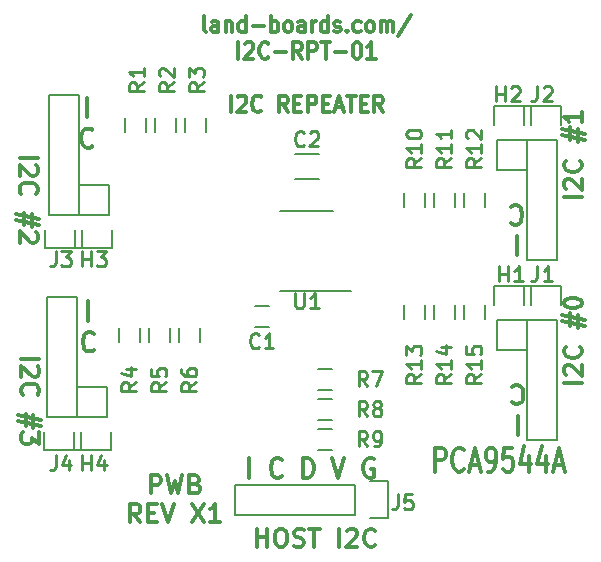
<source format=gto>
G04 #@! TF.FileFunction,Legend,Top*
%FSLAX46Y46*%
G04 Gerber Fmt 4.6, Leading zero omitted, Abs format (unit mm)*
G04 Created by KiCad (PCBNEW (after 2015-mar-04 BZR unknown)-product) date 8/1/2015 10:10:59 AM*
%MOMM*%
G01*
G04 APERTURE LIST*
%ADD10C,0.150000*%
%ADD11C,0.304800*%
%ADD12C,0.254000*%
G04 APERTURE END LIST*
D10*
D11*
X190971713Y-120807238D02*
X190971713Y-118775238D01*
X191552285Y-118775238D01*
X191697427Y-118872000D01*
X191769999Y-118968762D01*
X191842570Y-119162286D01*
X191842570Y-119452571D01*
X191769999Y-119646095D01*
X191697427Y-119742857D01*
X191552285Y-119839619D01*
X190971713Y-119839619D01*
X193366570Y-120613714D02*
X193293999Y-120710476D01*
X193076285Y-120807238D01*
X192931142Y-120807238D01*
X192713427Y-120710476D01*
X192568285Y-120516952D01*
X192495713Y-120323429D01*
X192423142Y-119936381D01*
X192423142Y-119646095D01*
X192495713Y-119259048D01*
X192568285Y-119065524D01*
X192713427Y-118872000D01*
X192931142Y-118775238D01*
X193076285Y-118775238D01*
X193293999Y-118872000D01*
X193366570Y-118968762D01*
X193947142Y-120226667D02*
X194672856Y-120226667D01*
X193801999Y-120807238D02*
X194309999Y-118775238D01*
X194817999Y-120807238D01*
X195398571Y-120807238D02*
X195688856Y-120807238D01*
X195833999Y-120710476D01*
X195906571Y-120613714D01*
X196051713Y-120323429D01*
X196124285Y-119936381D01*
X196124285Y-119162286D01*
X196051713Y-118968762D01*
X195979142Y-118872000D01*
X195833999Y-118775238D01*
X195543713Y-118775238D01*
X195398571Y-118872000D01*
X195325999Y-118968762D01*
X195253428Y-119162286D01*
X195253428Y-119646095D01*
X195325999Y-119839619D01*
X195398571Y-119936381D01*
X195543713Y-120033143D01*
X195833999Y-120033143D01*
X195979142Y-119936381D01*
X196051713Y-119839619D01*
X196124285Y-119646095D01*
X197503142Y-118775238D02*
X196777428Y-118775238D01*
X196704857Y-119742857D01*
X196777428Y-119646095D01*
X196922571Y-119549333D01*
X197285428Y-119549333D01*
X197430571Y-119646095D01*
X197503142Y-119742857D01*
X197575714Y-119936381D01*
X197575714Y-120420190D01*
X197503142Y-120613714D01*
X197430571Y-120710476D01*
X197285428Y-120807238D01*
X196922571Y-120807238D01*
X196777428Y-120710476D01*
X196704857Y-120613714D01*
X198882000Y-119452571D02*
X198882000Y-120807238D01*
X198519143Y-118678476D02*
X198156286Y-120129905D01*
X199099714Y-120129905D01*
X200333429Y-119452571D02*
X200333429Y-120807238D01*
X199970572Y-118678476D02*
X199607715Y-120129905D01*
X200551143Y-120129905D01*
X201059144Y-120226667D02*
X201784858Y-120226667D01*
X200914001Y-120807238D02*
X201422001Y-118775238D01*
X201930001Y-120807238D01*
X197866000Y-100865819D02*
X197866000Y-102516819D01*
X197394286Y-98406857D02*
X197466857Y-98328238D01*
X197684571Y-98249619D01*
X197829714Y-98249619D01*
X198047429Y-98328238D01*
X198192571Y-98485476D01*
X198265143Y-98642714D01*
X198337714Y-98957190D01*
X198337714Y-99193048D01*
X198265143Y-99507524D01*
X198192571Y-99664762D01*
X198047429Y-99822000D01*
X197829714Y-99900619D01*
X197684571Y-99900619D01*
X197466857Y-99822000D01*
X197394286Y-99743381D01*
X197967600Y-116080419D02*
X197967600Y-117731419D01*
X197495886Y-113621457D02*
X197568457Y-113542838D01*
X197786171Y-113464219D01*
X197931314Y-113464219D01*
X198149029Y-113542838D01*
X198294171Y-113700076D01*
X198366743Y-113857314D01*
X198439314Y-114171790D01*
X198439314Y-114407648D01*
X198366743Y-114722124D01*
X198294171Y-114879362D01*
X198149029Y-115036600D01*
X197931314Y-115115219D01*
X197786171Y-115115219D01*
X197568457Y-115036600D01*
X197495886Y-114957981D01*
X161594800Y-108023781D02*
X161594800Y-106372781D01*
X162066514Y-110482743D02*
X161993943Y-110561362D01*
X161776229Y-110639981D01*
X161631086Y-110639981D01*
X161413371Y-110561362D01*
X161268229Y-110404124D01*
X161195657Y-110246886D01*
X161123086Y-109932410D01*
X161123086Y-109696552D01*
X161195657Y-109382076D01*
X161268229Y-109224838D01*
X161413371Y-109067600D01*
X161631086Y-108988981D01*
X161776229Y-108988981D01*
X161993943Y-109067600D01*
X162066514Y-109146219D01*
X161467800Y-90802581D02*
X161467800Y-89151581D01*
X161939514Y-93261543D02*
X161866943Y-93340162D01*
X161649229Y-93418781D01*
X161504086Y-93418781D01*
X161286371Y-93340162D01*
X161141229Y-93182924D01*
X161068657Y-93025686D01*
X160996086Y-92711210D01*
X160996086Y-92475352D01*
X161068657Y-92160876D01*
X161141229Y-92003638D01*
X161286371Y-91846400D01*
X161504086Y-91767781D01*
X161649229Y-91767781D01*
X161866943Y-91846400D01*
X161939514Y-91925019D01*
X175230971Y-121320681D02*
X175230971Y-119669681D01*
X177988685Y-121163443D02*
X177916114Y-121242062D01*
X177698400Y-121320681D01*
X177553257Y-121320681D01*
X177335542Y-121242062D01*
X177190400Y-121084824D01*
X177117828Y-120927586D01*
X177045257Y-120613110D01*
X177045257Y-120377252D01*
X177117828Y-120062776D01*
X177190400Y-119905538D01*
X177335542Y-119748300D01*
X177553257Y-119669681D01*
X177698400Y-119669681D01*
X177916114Y-119748300D01*
X177988685Y-119826919D01*
X179802971Y-121320681D02*
X179802971Y-119669681D01*
X180165828Y-119669681D01*
X180383543Y-119748300D01*
X180528685Y-119905538D01*
X180601257Y-120062776D01*
X180673828Y-120377252D01*
X180673828Y-120613110D01*
X180601257Y-120927586D01*
X180528685Y-121084824D01*
X180383543Y-121242062D01*
X180165828Y-121320681D01*
X179802971Y-121320681D01*
X182270400Y-119669681D02*
X182778400Y-121320681D01*
X183286400Y-119669681D01*
X185753829Y-119748300D02*
X185608686Y-119669681D01*
X185390972Y-119669681D01*
X185173257Y-119748300D01*
X185028115Y-119905538D01*
X184955543Y-120062776D01*
X184882972Y-120377252D01*
X184882972Y-120613110D01*
X184955543Y-120927586D01*
X185028115Y-121084824D01*
X185173257Y-121242062D01*
X185390972Y-121320681D01*
X185536115Y-121320681D01*
X185753829Y-121242062D01*
X185826400Y-121163443D01*
X185826400Y-120613110D01*
X185536115Y-120613110D01*
X203381429Y-113284000D02*
X201857429Y-113284000D01*
X202002571Y-112630857D02*
X201930000Y-112558286D01*
X201857429Y-112413143D01*
X201857429Y-112050286D01*
X201930000Y-111905143D01*
X202002571Y-111832572D01*
X202147714Y-111760000D01*
X202292857Y-111760000D01*
X202510571Y-111832572D01*
X203381429Y-112703429D01*
X203381429Y-111760000D01*
X203236286Y-110236000D02*
X203308857Y-110308571D01*
X203381429Y-110526285D01*
X203381429Y-110671428D01*
X203308857Y-110889143D01*
X203163714Y-111034285D01*
X203018571Y-111106857D01*
X202728286Y-111179428D01*
X202510571Y-111179428D01*
X202220286Y-111106857D01*
X202075143Y-111034285D01*
X201930000Y-110889143D01*
X201857429Y-110671428D01*
X201857429Y-110526285D01*
X201930000Y-110308571D01*
X202002571Y-110236000D01*
X202365429Y-108494285D02*
X202365429Y-107405714D01*
X201712286Y-108058857D02*
X203671714Y-108494285D01*
X203018571Y-107550857D02*
X203018571Y-108639428D01*
X203671714Y-107986285D02*
X201712286Y-107550857D01*
X201857429Y-106607428D02*
X201857429Y-106462285D01*
X201930000Y-106317142D01*
X202002571Y-106244571D01*
X202147714Y-106172000D01*
X202438000Y-106099428D01*
X202800857Y-106099428D01*
X203091143Y-106172000D01*
X203236286Y-106244571D01*
X203308857Y-106317142D01*
X203381429Y-106462285D01*
X203381429Y-106607428D01*
X203308857Y-106752571D01*
X203236286Y-106825142D01*
X203091143Y-106897714D01*
X202800857Y-106970285D01*
X202438000Y-106970285D01*
X202147714Y-106897714D01*
X202002571Y-106825142D01*
X201930000Y-106752571D01*
X201857429Y-106607428D01*
X203381429Y-97536000D02*
X201857429Y-97536000D01*
X202002571Y-96882857D02*
X201930000Y-96810286D01*
X201857429Y-96665143D01*
X201857429Y-96302286D01*
X201930000Y-96157143D01*
X202002571Y-96084572D01*
X202147714Y-96012000D01*
X202292857Y-96012000D01*
X202510571Y-96084572D01*
X203381429Y-96955429D01*
X203381429Y-96012000D01*
X203236286Y-94488000D02*
X203308857Y-94560571D01*
X203381429Y-94778285D01*
X203381429Y-94923428D01*
X203308857Y-95141143D01*
X203163714Y-95286285D01*
X203018571Y-95358857D01*
X202728286Y-95431428D01*
X202510571Y-95431428D01*
X202220286Y-95358857D01*
X202075143Y-95286285D01*
X201930000Y-95141143D01*
X201857429Y-94923428D01*
X201857429Y-94778285D01*
X201930000Y-94560571D01*
X202002571Y-94488000D01*
X202365429Y-92746285D02*
X202365429Y-91657714D01*
X201712286Y-92310857D02*
X203671714Y-92746285D01*
X203018571Y-91802857D02*
X203018571Y-92891428D01*
X203671714Y-92238285D02*
X201712286Y-91802857D01*
X203381429Y-90351428D02*
X203381429Y-91222285D01*
X203381429Y-90786857D02*
X201857429Y-90786857D01*
X202075143Y-90932000D01*
X202220286Y-91077142D01*
X202292857Y-91222285D01*
X155774571Y-94234000D02*
X157298571Y-94234000D01*
X157153429Y-94887143D02*
X157226000Y-94959714D01*
X157298571Y-95104857D01*
X157298571Y-95467714D01*
X157226000Y-95612857D01*
X157153429Y-95685428D01*
X157008286Y-95758000D01*
X156863143Y-95758000D01*
X156645429Y-95685428D01*
X155774571Y-94814571D01*
X155774571Y-95758000D01*
X155919714Y-97282000D02*
X155847143Y-97209429D01*
X155774571Y-96991715D01*
X155774571Y-96846572D01*
X155847143Y-96628857D01*
X155992286Y-96483715D01*
X156137429Y-96411143D01*
X156427714Y-96338572D01*
X156645429Y-96338572D01*
X156935714Y-96411143D01*
X157080857Y-96483715D01*
X157226000Y-96628857D01*
X157298571Y-96846572D01*
X157298571Y-96991715D01*
X157226000Y-97209429D01*
X157153429Y-97282000D01*
X156790571Y-99023715D02*
X156790571Y-100112286D01*
X157443714Y-99459143D02*
X155484286Y-99023715D01*
X156137429Y-99967143D02*
X156137429Y-98878572D01*
X155484286Y-99531715D02*
X157443714Y-99967143D01*
X157153429Y-100547715D02*
X157226000Y-100620286D01*
X157298571Y-100765429D01*
X157298571Y-101128286D01*
X157226000Y-101273429D01*
X157153429Y-101346000D01*
X157008286Y-101418572D01*
X156863143Y-101418572D01*
X156645429Y-101346000D01*
X155774571Y-100475143D01*
X155774571Y-101418572D01*
X175876857Y-127181429D02*
X175876857Y-125657429D01*
X175876857Y-126383143D02*
X176747714Y-126383143D01*
X176747714Y-127181429D02*
X176747714Y-125657429D01*
X177763714Y-125657429D02*
X178054000Y-125657429D01*
X178199142Y-125730000D01*
X178344285Y-125875143D01*
X178416857Y-126165429D01*
X178416857Y-126673429D01*
X178344285Y-126963714D01*
X178199142Y-127108857D01*
X178054000Y-127181429D01*
X177763714Y-127181429D01*
X177618571Y-127108857D01*
X177473428Y-126963714D01*
X177400857Y-126673429D01*
X177400857Y-126165429D01*
X177473428Y-125875143D01*
X177618571Y-125730000D01*
X177763714Y-125657429D01*
X178997428Y-127108857D02*
X179215142Y-127181429D01*
X179577999Y-127181429D01*
X179723142Y-127108857D01*
X179795713Y-127036286D01*
X179868285Y-126891143D01*
X179868285Y-126746000D01*
X179795713Y-126600857D01*
X179723142Y-126528286D01*
X179577999Y-126455714D01*
X179287713Y-126383143D01*
X179142571Y-126310571D01*
X179069999Y-126238000D01*
X178997428Y-126092857D01*
X178997428Y-125947714D01*
X179069999Y-125802571D01*
X179142571Y-125730000D01*
X179287713Y-125657429D01*
X179650571Y-125657429D01*
X179868285Y-125730000D01*
X180303714Y-125657429D02*
X181174571Y-125657429D01*
X180739142Y-127181429D02*
X180739142Y-125657429D01*
X182843714Y-127181429D02*
X182843714Y-125657429D01*
X183496857Y-125802571D02*
X183569428Y-125730000D01*
X183714571Y-125657429D01*
X184077428Y-125657429D01*
X184222571Y-125730000D01*
X184295142Y-125802571D01*
X184367714Y-125947714D01*
X184367714Y-126092857D01*
X184295142Y-126310571D01*
X183424285Y-127181429D01*
X184367714Y-127181429D01*
X185891714Y-127036286D02*
X185819143Y-127108857D01*
X185601429Y-127181429D01*
X185456286Y-127181429D01*
X185238571Y-127108857D01*
X185093429Y-126963714D01*
X185020857Y-126818571D01*
X184948286Y-126528286D01*
X184948286Y-126310571D01*
X185020857Y-126020286D01*
X185093429Y-125875143D01*
X185238571Y-125730000D01*
X185456286Y-125657429D01*
X185601429Y-125657429D01*
X185819143Y-125730000D01*
X185891714Y-125802571D01*
X155926971Y-111252000D02*
X157450971Y-111252000D01*
X157305829Y-111905143D02*
X157378400Y-111977714D01*
X157450971Y-112122857D01*
X157450971Y-112485714D01*
X157378400Y-112630857D01*
X157305829Y-112703428D01*
X157160686Y-112776000D01*
X157015543Y-112776000D01*
X156797829Y-112703428D01*
X155926971Y-111832571D01*
X155926971Y-112776000D01*
X156072114Y-114300000D02*
X155999543Y-114227429D01*
X155926971Y-114009715D01*
X155926971Y-113864572D01*
X155999543Y-113646857D01*
X156144686Y-113501715D01*
X156289829Y-113429143D01*
X156580114Y-113356572D01*
X156797829Y-113356572D01*
X157088114Y-113429143D01*
X157233257Y-113501715D01*
X157378400Y-113646857D01*
X157450971Y-113864572D01*
X157450971Y-114009715D01*
X157378400Y-114227429D01*
X157305829Y-114300000D01*
X156942971Y-116041715D02*
X156942971Y-117130286D01*
X157596114Y-116477143D02*
X155636686Y-116041715D01*
X156289829Y-116985143D02*
X156289829Y-115896572D01*
X155636686Y-116549715D02*
X157596114Y-116985143D01*
X157450971Y-117493143D02*
X157450971Y-118436572D01*
X156870400Y-117928572D01*
X156870400Y-118146286D01*
X156797829Y-118291429D01*
X156725257Y-118364000D01*
X156580114Y-118436572D01*
X156217257Y-118436572D01*
X156072114Y-118364000D01*
X155999543Y-118291429D01*
X155926971Y-118146286D01*
X155926971Y-117710858D01*
X155999543Y-117565715D01*
X156072114Y-117493143D01*
X171589095Y-83601076D02*
X171468142Y-83534552D01*
X171407666Y-83401505D01*
X171407666Y-82204076D01*
X172617190Y-83601076D02*
X172617190Y-82869314D01*
X172556713Y-82736267D01*
X172435761Y-82669743D01*
X172193856Y-82669743D01*
X172072904Y-82736267D01*
X172617190Y-83534552D02*
X172496237Y-83601076D01*
X172193856Y-83601076D01*
X172072904Y-83534552D01*
X172012428Y-83401505D01*
X172012428Y-83268457D01*
X172072904Y-83135410D01*
X172193856Y-83068886D01*
X172496237Y-83068886D01*
X172617190Y-83002362D01*
X173221952Y-82669743D02*
X173221952Y-83601076D01*
X173221952Y-82802790D02*
X173282428Y-82736267D01*
X173403381Y-82669743D01*
X173584809Y-82669743D01*
X173705761Y-82736267D01*
X173766238Y-82869314D01*
X173766238Y-83601076D01*
X174915286Y-83601076D02*
X174915286Y-82204076D01*
X174915286Y-83534552D02*
X174794333Y-83601076D01*
X174552429Y-83601076D01*
X174431476Y-83534552D01*
X174371000Y-83468029D01*
X174310524Y-83334981D01*
X174310524Y-82935838D01*
X174371000Y-82802790D01*
X174431476Y-82736267D01*
X174552429Y-82669743D01*
X174794333Y-82669743D01*
X174915286Y-82736267D01*
X175520048Y-83068886D02*
X176487667Y-83068886D01*
X177092429Y-83601076D02*
X177092429Y-82204076D01*
X177092429Y-82736267D02*
X177213381Y-82669743D01*
X177455286Y-82669743D01*
X177576238Y-82736267D01*
X177636715Y-82802790D01*
X177697191Y-82935838D01*
X177697191Y-83334981D01*
X177636715Y-83468029D01*
X177576238Y-83534552D01*
X177455286Y-83601076D01*
X177213381Y-83601076D01*
X177092429Y-83534552D01*
X178422906Y-83601076D02*
X178301953Y-83534552D01*
X178241477Y-83468029D01*
X178181001Y-83334981D01*
X178181001Y-82935838D01*
X178241477Y-82802790D01*
X178301953Y-82736267D01*
X178422906Y-82669743D01*
X178604334Y-82669743D01*
X178725286Y-82736267D01*
X178785763Y-82802790D01*
X178846239Y-82935838D01*
X178846239Y-83334981D01*
X178785763Y-83468029D01*
X178725286Y-83534552D01*
X178604334Y-83601076D01*
X178422906Y-83601076D01*
X179934811Y-83601076D02*
X179934811Y-82869314D01*
X179874334Y-82736267D01*
X179753382Y-82669743D01*
X179511477Y-82669743D01*
X179390525Y-82736267D01*
X179934811Y-83534552D02*
X179813858Y-83601076D01*
X179511477Y-83601076D01*
X179390525Y-83534552D01*
X179330049Y-83401505D01*
X179330049Y-83268457D01*
X179390525Y-83135410D01*
X179511477Y-83068886D01*
X179813858Y-83068886D01*
X179934811Y-83002362D01*
X180539573Y-83601076D02*
X180539573Y-82669743D01*
X180539573Y-82935838D02*
X180600049Y-82802790D01*
X180660525Y-82736267D01*
X180781478Y-82669743D01*
X180902430Y-82669743D01*
X181870049Y-83601076D02*
X181870049Y-82204076D01*
X181870049Y-83534552D02*
X181749096Y-83601076D01*
X181507192Y-83601076D01*
X181386239Y-83534552D01*
X181325763Y-83468029D01*
X181265287Y-83334981D01*
X181265287Y-82935838D01*
X181325763Y-82802790D01*
X181386239Y-82736267D01*
X181507192Y-82669743D01*
X181749096Y-82669743D01*
X181870049Y-82736267D01*
X182414335Y-83534552D02*
X182535287Y-83601076D01*
X182777192Y-83601076D01*
X182898144Y-83534552D01*
X182958620Y-83401505D01*
X182958620Y-83334981D01*
X182898144Y-83201933D01*
X182777192Y-83135410D01*
X182595763Y-83135410D01*
X182474811Y-83068886D01*
X182414335Y-82935838D01*
X182414335Y-82869314D01*
X182474811Y-82736267D01*
X182595763Y-82669743D01*
X182777192Y-82669743D01*
X182898144Y-82736267D01*
X183502906Y-83468029D02*
X183563382Y-83534552D01*
X183502906Y-83601076D01*
X183442430Y-83534552D01*
X183502906Y-83468029D01*
X183502906Y-83601076D01*
X184651954Y-83534552D02*
X184531001Y-83601076D01*
X184289097Y-83601076D01*
X184168144Y-83534552D01*
X184107668Y-83468029D01*
X184047192Y-83334981D01*
X184047192Y-82935838D01*
X184107668Y-82802790D01*
X184168144Y-82736267D01*
X184289097Y-82669743D01*
X184531001Y-82669743D01*
X184651954Y-82736267D01*
X185377668Y-83601076D02*
X185256715Y-83534552D01*
X185196239Y-83468029D01*
X185135763Y-83334981D01*
X185135763Y-82935838D01*
X185196239Y-82802790D01*
X185256715Y-82736267D01*
X185377668Y-82669743D01*
X185559096Y-82669743D01*
X185680048Y-82736267D01*
X185740525Y-82802790D01*
X185801001Y-82935838D01*
X185801001Y-83334981D01*
X185740525Y-83468029D01*
X185680048Y-83534552D01*
X185559096Y-83601076D01*
X185377668Y-83601076D01*
X186345287Y-83601076D02*
X186345287Y-82669743D01*
X186345287Y-82802790D02*
X186405763Y-82736267D01*
X186526716Y-82669743D01*
X186708144Y-82669743D01*
X186829096Y-82736267D01*
X186889573Y-82869314D01*
X186889573Y-83601076D01*
X186889573Y-82869314D02*
X186950049Y-82736267D01*
X187071001Y-82669743D01*
X187252430Y-82669743D01*
X187373382Y-82736267D01*
X187433858Y-82869314D01*
X187433858Y-83601076D01*
X188945763Y-82137552D02*
X187857191Y-83933695D01*
X174310524Y-85861676D02*
X174310524Y-84464676D01*
X174854810Y-84597724D02*
X174915286Y-84531200D01*
X175036238Y-84464676D01*
X175338619Y-84464676D01*
X175459572Y-84531200D01*
X175520048Y-84597724D01*
X175580524Y-84730771D01*
X175580524Y-84863819D01*
X175520048Y-85063390D01*
X174794334Y-85861676D01*
X175580524Y-85861676D01*
X176850524Y-85728629D02*
X176790048Y-85795152D01*
X176608619Y-85861676D01*
X176487667Y-85861676D01*
X176306239Y-85795152D01*
X176185286Y-85662105D01*
X176124810Y-85529057D01*
X176064334Y-85262962D01*
X176064334Y-85063390D01*
X176124810Y-84797295D01*
X176185286Y-84664248D01*
X176306239Y-84531200D01*
X176487667Y-84464676D01*
X176608619Y-84464676D01*
X176790048Y-84531200D01*
X176850524Y-84597724D01*
X177394810Y-85329486D02*
X178362429Y-85329486D01*
X179692905Y-85861676D02*
X179269572Y-85196438D01*
X178967191Y-85861676D02*
X178967191Y-84464676D01*
X179451000Y-84464676D01*
X179571953Y-84531200D01*
X179632429Y-84597724D01*
X179692905Y-84730771D01*
X179692905Y-84930343D01*
X179632429Y-85063390D01*
X179571953Y-85129914D01*
X179451000Y-85196438D01*
X178967191Y-85196438D01*
X180237191Y-85861676D02*
X180237191Y-84464676D01*
X180721000Y-84464676D01*
X180841953Y-84531200D01*
X180902429Y-84597724D01*
X180962905Y-84730771D01*
X180962905Y-84930343D01*
X180902429Y-85063390D01*
X180841953Y-85129914D01*
X180721000Y-85196438D01*
X180237191Y-85196438D01*
X181325762Y-84464676D02*
X182051477Y-84464676D01*
X181688620Y-85861676D02*
X181688620Y-84464676D01*
X182474810Y-85329486D02*
X183442429Y-85329486D01*
X184289096Y-84464676D02*
X184410048Y-84464676D01*
X184531000Y-84531200D01*
X184591477Y-84597724D01*
X184651953Y-84730771D01*
X184712429Y-84996867D01*
X184712429Y-85329486D01*
X184651953Y-85595581D01*
X184591477Y-85728629D01*
X184531000Y-85795152D01*
X184410048Y-85861676D01*
X184289096Y-85861676D01*
X184168143Y-85795152D01*
X184107667Y-85728629D01*
X184047191Y-85595581D01*
X183986715Y-85329486D01*
X183986715Y-84996867D01*
X184047191Y-84730771D01*
X184107667Y-84597724D01*
X184168143Y-84531200D01*
X184289096Y-84464676D01*
X185921953Y-85861676D02*
X185196239Y-85861676D01*
X185559096Y-85861676D02*
X185559096Y-84464676D01*
X185438144Y-84664248D01*
X185317191Y-84797295D01*
X185196239Y-84863819D01*
X173705762Y-90382876D02*
X173705762Y-88985876D01*
X174250048Y-89118924D02*
X174310524Y-89052400D01*
X174431476Y-88985876D01*
X174733857Y-88985876D01*
X174854810Y-89052400D01*
X174915286Y-89118924D01*
X174975762Y-89251971D01*
X174975762Y-89385019D01*
X174915286Y-89584590D01*
X174189572Y-90382876D01*
X174975762Y-90382876D01*
X176245762Y-90249829D02*
X176185286Y-90316352D01*
X176003857Y-90382876D01*
X175882905Y-90382876D01*
X175701477Y-90316352D01*
X175580524Y-90183305D01*
X175520048Y-90050257D01*
X175459572Y-89784162D01*
X175459572Y-89584590D01*
X175520048Y-89318495D01*
X175580524Y-89185448D01*
X175701477Y-89052400D01*
X175882905Y-88985876D01*
X176003857Y-88985876D01*
X176185286Y-89052400D01*
X176245762Y-89118924D01*
X178483381Y-90382876D02*
X178060048Y-89717638D01*
X177757667Y-90382876D02*
X177757667Y-88985876D01*
X178241476Y-88985876D01*
X178362429Y-89052400D01*
X178422905Y-89118924D01*
X178483381Y-89251971D01*
X178483381Y-89451543D01*
X178422905Y-89584590D01*
X178362429Y-89651114D01*
X178241476Y-89717638D01*
X177757667Y-89717638D01*
X179027667Y-89651114D02*
X179451000Y-89651114D01*
X179632429Y-90382876D02*
X179027667Y-90382876D01*
X179027667Y-88985876D01*
X179632429Y-88985876D01*
X180176715Y-90382876D02*
X180176715Y-88985876D01*
X180660524Y-88985876D01*
X180781477Y-89052400D01*
X180841953Y-89118924D01*
X180902429Y-89251971D01*
X180902429Y-89451543D01*
X180841953Y-89584590D01*
X180781477Y-89651114D01*
X180660524Y-89717638D01*
X180176715Y-89717638D01*
X181446715Y-89651114D02*
X181870048Y-89651114D01*
X182051477Y-90382876D02*
X181446715Y-90382876D01*
X181446715Y-88985876D01*
X182051477Y-88985876D01*
X182535287Y-89983733D02*
X183140049Y-89983733D01*
X182414334Y-90382876D02*
X182837668Y-88985876D01*
X183261001Y-90382876D01*
X183502905Y-88985876D02*
X184228620Y-88985876D01*
X183865763Y-90382876D02*
X183865763Y-88985876D01*
X184651953Y-89651114D02*
X185075286Y-89651114D01*
X185256715Y-90382876D02*
X184651953Y-90382876D01*
X184651953Y-88985876D01*
X185256715Y-88985876D01*
X186526715Y-90382876D02*
X186103382Y-89717638D01*
X185801001Y-90382876D02*
X185801001Y-88985876D01*
X186284810Y-88985876D01*
X186405763Y-89052400D01*
X186466239Y-89118924D01*
X186526715Y-89251971D01*
X186526715Y-89451543D01*
X186466239Y-89584590D01*
X186405763Y-89651114D01*
X186284810Y-89717638D01*
X185801001Y-89717638D01*
X166878000Y-122660229D02*
X166878000Y-121136229D01*
X167458572Y-121136229D01*
X167603714Y-121208800D01*
X167676286Y-121281371D01*
X167748857Y-121426514D01*
X167748857Y-121644229D01*
X167676286Y-121789371D01*
X167603714Y-121861943D01*
X167458572Y-121934514D01*
X166878000Y-121934514D01*
X168256857Y-121136229D02*
X168619714Y-122660229D01*
X168910000Y-121571657D01*
X169200286Y-122660229D01*
X169563143Y-121136229D01*
X170651714Y-121861943D02*
X170869428Y-121934514D01*
X170942000Y-122007086D01*
X171014571Y-122152229D01*
X171014571Y-122369943D01*
X170942000Y-122515086D01*
X170869428Y-122587657D01*
X170724286Y-122660229D01*
X170143714Y-122660229D01*
X170143714Y-121136229D01*
X170651714Y-121136229D01*
X170796857Y-121208800D01*
X170869428Y-121281371D01*
X170942000Y-121426514D01*
X170942000Y-121571657D01*
X170869428Y-121716800D01*
X170796857Y-121789371D01*
X170651714Y-121861943D01*
X170143714Y-121861943D01*
X166007142Y-125098629D02*
X165499142Y-124372914D01*
X165136285Y-125098629D02*
X165136285Y-123574629D01*
X165716857Y-123574629D01*
X165861999Y-123647200D01*
X165934571Y-123719771D01*
X166007142Y-123864914D01*
X166007142Y-124082629D01*
X165934571Y-124227771D01*
X165861999Y-124300343D01*
X165716857Y-124372914D01*
X165136285Y-124372914D01*
X166660285Y-124300343D02*
X167168285Y-124300343D01*
X167385999Y-125098629D02*
X166660285Y-125098629D01*
X166660285Y-123574629D01*
X167385999Y-123574629D01*
X167821428Y-123574629D02*
X168329428Y-125098629D01*
X168837428Y-123574629D01*
X170361428Y-123574629D02*
X171377428Y-125098629D01*
X171377428Y-123574629D02*
X170361428Y-125098629D01*
X172756286Y-125098629D02*
X171885429Y-125098629D01*
X172320857Y-125098629D02*
X172320857Y-123574629D01*
X172175714Y-123792343D01*
X172030572Y-123937486D01*
X171885429Y-124010057D01*
D10*
X181010000Y-112155000D02*
X182210000Y-112155000D01*
X182210000Y-113905000D02*
X181010000Y-113905000D01*
X181010000Y-114695000D02*
X182210000Y-114695000D01*
X182210000Y-116445000D02*
X181010000Y-116445000D01*
X181010000Y-117235000D02*
X182210000Y-117235000D01*
X182210000Y-118985000D02*
X181010000Y-118985000D01*
X188355000Y-107915000D02*
X188355000Y-106715000D01*
X190105000Y-106715000D02*
X190105000Y-107915000D01*
X193435000Y-98390000D02*
X193435000Y-97190000D01*
X195185000Y-97190000D02*
X195185000Y-98390000D01*
X169813000Y-92040000D02*
X169813000Y-90840000D01*
X171563000Y-90840000D02*
X171563000Y-92040000D01*
X165975000Y-108620000D02*
X165975000Y-109820000D01*
X164225000Y-109820000D02*
X164225000Y-108620000D01*
X190895000Y-107915000D02*
X190895000Y-106715000D01*
X192645000Y-106715000D02*
X192645000Y-107915000D01*
X190895000Y-98390000D02*
X190895000Y-97190000D01*
X192645000Y-97190000D02*
X192645000Y-98390000D01*
X167273000Y-92040000D02*
X167273000Y-90840000D01*
X169023000Y-90840000D02*
X169023000Y-92040000D01*
X168515000Y-108620000D02*
X168515000Y-109820000D01*
X166765000Y-109820000D02*
X166765000Y-108620000D01*
X193435000Y-107915000D02*
X193435000Y-106715000D01*
X195185000Y-106715000D02*
X195185000Y-107915000D01*
X198475000Y-106680000D02*
X198475000Y-105130000D01*
X198475000Y-105130000D02*
X201575000Y-105130000D01*
X201575000Y-105130000D02*
X201575000Y-106680000D01*
X201295000Y-107950000D02*
X201295000Y-118110000D01*
X201295000Y-118110000D02*
X198755000Y-118110000D01*
X198755000Y-118110000D02*
X198755000Y-107950000D01*
X201295000Y-107950000D02*
X198755000Y-107950000D01*
X198475000Y-91440000D02*
X198475000Y-89890000D01*
X198475000Y-89890000D02*
X201575000Y-89890000D01*
X201575000Y-89890000D02*
X201575000Y-91440000D01*
X201295000Y-92710000D02*
X201295000Y-102870000D01*
X201295000Y-102870000D02*
X198755000Y-102870000D01*
X198755000Y-102870000D02*
X198755000Y-92710000D01*
X201295000Y-92710000D02*
X198755000Y-92710000D01*
X161062000Y-100330000D02*
X161062000Y-101880000D01*
X161062000Y-101880000D02*
X157962000Y-101880000D01*
X157962000Y-101880000D02*
X157962000Y-100330000D01*
X158242000Y-99060000D02*
X158242000Y-88900000D01*
X158242000Y-88900000D02*
X160782000Y-88900000D01*
X160782000Y-88900000D02*
X160782000Y-99060000D01*
X158242000Y-99060000D02*
X160782000Y-99060000D01*
X160935000Y-117475000D02*
X160935000Y-119025000D01*
X160935000Y-119025000D02*
X157835000Y-119025000D01*
X157835000Y-119025000D02*
X157835000Y-117475000D01*
X158115000Y-116205000D02*
X158115000Y-106045000D01*
X158115000Y-106045000D02*
X160655000Y-106045000D01*
X160655000Y-106045000D02*
X160655000Y-116205000D01*
X158115000Y-116205000D02*
X160655000Y-116205000D01*
X188355000Y-98390000D02*
X188355000Y-97190000D01*
X190105000Y-97190000D02*
X190105000Y-98390000D01*
X164733000Y-92040000D02*
X164733000Y-90840000D01*
X166483000Y-90840000D02*
X166483000Y-92040000D01*
X171055000Y-108620000D02*
X171055000Y-109820000D01*
X169305000Y-109820000D02*
X169305000Y-108620000D01*
X185420000Y-121640000D02*
X186970000Y-121640000D01*
X186970000Y-121640000D02*
X186970000Y-124740000D01*
X186970000Y-124740000D02*
X185420000Y-124740000D01*
X184150000Y-124460000D02*
X173990000Y-124460000D01*
X173990000Y-124460000D02*
X173990000Y-121920000D01*
X173990000Y-121920000D02*
X184150000Y-121920000D01*
X184150000Y-124460000D02*
X184150000Y-121920000D01*
X182311000Y-98733000D02*
X177861000Y-98733000D01*
X183836000Y-105483000D02*
X177861000Y-105483000D01*
X198755000Y-107950000D02*
X198755000Y-110490000D01*
X199035000Y-105130000D02*
X199035000Y-106680000D01*
X198755000Y-107950000D02*
X196215000Y-107950000D01*
X195935000Y-106680000D02*
X195935000Y-105130000D01*
X195935000Y-105130000D02*
X199035000Y-105130000D01*
X196215000Y-107950000D02*
X196215000Y-110490000D01*
X196215000Y-110490000D02*
X198755000Y-110490000D01*
X198755000Y-92710000D02*
X198755000Y-95250000D01*
X199035000Y-89890000D02*
X199035000Y-91440000D01*
X198755000Y-92710000D02*
X196215000Y-92710000D01*
X195935000Y-91440000D02*
X195935000Y-89890000D01*
X195935000Y-89890000D02*
X199035000Y-89890000D01*
X196215000Y-92710000D02*
X196215000Y-95250000D01*
X196215000Y-95250000D02*
X198755000Y-95250000D01*
X160782000Y-99060000D02*
X160782000Y-96520000D01*
X160502000Y-101880000D02*
X160502000Y-100330000D01*
X160782000Y-99060000D02*
X163322000Y-99060000D01*
X163602000Y-100330000D02*
X163602000Y-101880000D01*
X163602000Y-101880000D02*
X160502000Y-101880000D01*
X163322000Y-99060000D02*
X163322000Y-96520000D01*
X163322000Y-96520000D02*
X160782000Y-96520000D01*
X160655000Y-116205000D02*
X160655000Y-113665000D01*
X160375000Y-119025000D02*
X160375000Y-117475000D01*
X160655000Y-116205000D02*
X163195000Y-116205000D01*
X163475000Y-117475000D02*
X163475000Y-119025000D01*
X163475000Y-119025000D02*
X160375000Y-119025000D01*
X163195000Y-116205000D02*
X163195000Y-113665000D01*
X163195000Y-113665000D02*
X160655000Y-113665000D01*
X175676000Y-106821000D02*
X176876000Y-106821000D01*
X176876000Y-108571000D02*
X175676000Y-108571000D01*
X181086000Y-96071000D02*
X179086000Y-96071000D01*
X179086000Y-93921000D02*
X181086000Y-93921000D01*
D12*
X185208333Y-113604524D02*
X184785000Y-112999762D01*
X184482619Y-113604524D02*
X184482619Y-112334524D01*
X184966428Y-112334524D01*
X185087381Y-112395000D01*
X185147857Y-112455476D01*
X185208333Y-112576429D01*
X185208333Y-112757857D01*
X185147857Y-112878810D01*
X185087381Y-112939286D01*
X184966428Y-112999762D01*
X184482619Y-112999762D01*
X185631667Y-112334524D02*
X186478333Y-112334524D01*
X185934048Y-113604524D01*
X185208333Y-116144524D02*
X184785000Y-115539762D01*
X184482619Y-116144524D02*
X184482619Y-114874524D01*
X184966428Y-114874524D01*
X185087381Y-114935000D01*
X185147857Y-114995476D01*
X185208333Y-115116429D01*
X185208333Y-115297857D01*
X185147857Y-115418810D01*
X185087381Y-115479286D01*
X184966428Y-115539762D01*
X184482619Y-115539762D01*
X185934048Y-115418810D02*
X185813095Y-115358333D01*
X185752619Y-115297857D01*
X185692143Y-115176905D01*
X185692143Y-115116429D01*
X185752619Y-114995476D01*
X185813095Y-114935000D01*
X185934048Y-114874524D01*
X186175952Y-114874524D01*
X186296905Y-114935000D01*
X186357381Y-114995476D01*
X186417857Y-115116429D01*
X186417857Y-115176905D01*
X186357381Y-115297857D01*
X186296905Y-115358333D01*
X186175952Y-115418810D01*
X185934048Y-115418810D01*
X185813095Y-115479286D01*
X185752619Y-115539762D01*
X185692143Y-115660714D01*
X185692143Y-115902619D01*
X185752619Y-116023571D01*
X185813095Y-116084048D01*
X185934048Y-116144524D01*
X186175952Y-116144524D01*
X186296905Y-116084048D01*
X186357381Y-116023571D01*
X186417857Y-115902619D01*
X186417857Y-115660714D01*
X186357381Y-115539762D01*
X186296905Y-115479286D01*
X186175952Y-115418810D01*
X185208333Y-118684524D02*
X184785000Y-118079762D01*
X184482619Y-118684524D02*
X184482619Y-117414524D01*
X184966428Y-117414524D01*
X185087381Y-117475000D01*
X185147857Y-117535476D01*
X185208333Y-117656429D01*
X185208333Y-117837857D01*
X185147857Y-117958810D01*
X185087381Y-118019286D01*
X184966428Y-118079762D01*
X184482619Y-118079762D01*
X185813095Y-118684524D02*
X186055000Y-118684524D01*
X186175952Y-118624048D01*
X186236428Y-118563571D01*
X186357381Y-118382143D01*
X186417857Y-118140238D01*
X186417857Y-117656429D01*
X186357381Y-117535476D01*
X186296905Y-117475000D01*
X186175952Y-117414524D01*
X185934048Y-117414524D01*
X185813095Y-117475000D01*
X185752619Y-117535476D01*
X185692143Y-117656429D01*
X185692143Y-117958810D01*
X185752619Y-118079762D01*
X185813095Y-118140238D01*
X185934048Y-118200714D01*
X186175952Y-118200714D01*
X186296905Y-118140238D01*
X186357381Y-118079762D01*
X186417857Y-117958810D01*
X189804524Y-112576429D02*
X189199762Y-112999762D01*
X189804524Y-113302143D02*
X188534524Y-113302143D01*
X188534524Y-112818334D01*
X188595000Y-112697381D01*
X188655476Y-112636905D01*
X188776429Y-112576429D01*
X188957857Y-112576429D01*
X189078810Y-112636905D01*
X189139286Y-112697381D01*
X189199762Y-112818334D01*
X189199762Y-113302143D01*
X189804524Y-111366905D02*
X189804524Y-112092619D01*
X189804524Y-111729762D02*
X188534524Y-111729762D01*
X188715952Y-111850714D01*
X188836905Y-111971667D01*
X188897381Y-112092619D01*
X188534524Y-110943571D02*
X188534524Y-110157381D01*
X189018333Y-110580714D01*
X189018333Y-110399286D01*
X189078810Y-110278333D01*
X189139286Y-110217857D01*
X189260238Y-110157381D01*
X189562619Y-110157381D01*
X189683571Y-110217857D01*
X189744048Y-110278333D01*
X189804524Y-110399286D01*
X189804524Y-110762143D01*
X189744048Y-110883095D01*
X189683571Y-110943571D01*
X194884524Y-94288429D02*
X194279762Y-94711762D01*
X194884524Y-95014143D02*
X193614524Y-95014143D01*
X193614524Y-94530334D01*
X193675000Y-94409381D01*
X193735476Y-94348905D01*
X193856429Y-94288429D01*
X194037857Y-94288429D01*
X194158810Y-94348905D01*
X194219286Y-94409381D01*
X194279762Y-94530334D01*
X194279762Y-95014143D01*
X194884524Y-93078905D02*
X194884524Y-93804619D01*
X194884524Y-93441762D02*
X193614524Y-93441762D01*
X193795952Y-93562714D01*
X193916905Y-93683667D01*
X193977381Y-93804619D01*
X193735476Y-92595095D02*
X193675000Y-92534619D01*
X193614524Y-92413667D01*
X193614524Y-92111286D01*
X193675000Y-91990333D01*
X193735476Y-91929857D01*
X193856429Y-91869381D01*
X193977381Y-91869381D01*
X194158810Y-91929857D01*
X194884524Y-92655571D01*
X194884524Y-91869381D01*
X171389524Y-87841667D02*
X170784762Y-88265000D01*
X171389524Y-88567381D02*
X170119524Y-88567381D01*
X170119524Y-88083572D01*
X170180000Y-87962619D01*
X170240476Y-87902143D01*
X170361429Y-87841667D01*
X170542857Y-87841667D01*
X170663810Y-87902143D01*
X170724286Y-87962619D01*
X170784762Y-88083572D01*
X170784762Y-88567381D01*
X170119524Y-87418333D02*
X170119524Y-86632143D01*
X170603333Y-87055476D01*
X170603333Y-86874048D01*
X170663810Y-86753095D01*
X170724286Y-86692619D01*
X170845238Y-86632143D01*
X171147619Y-86632143D01*
X171268571Y-86692619D01*
X171329048Y-86753095D01*
X171389524Y-86874048D01*
X171389524Y-87236905D01*
X171329048Y-87357857D01*
X171268571Y-87418333D01*
X165674524Y-113241667D02*
X165069762Y-113665000D01*
X165674524Y-113967381D02*
X164404524Y-113967381D01*
X164404524Y-113483572D01*
X164465000Y-113362619D01*
X164525476Y-113302143D01*
X164646429Y-113241667D01*
X164827857Y-113241667D01*
X164948810Y-113302143D01*
X165009286Y-113362619D01*
X165069762Y-113483572D01*
X165069762Y-113967381D01*
X164827857Y-112153095D02*
X165674524Y-112153095D01*
X164344048Y-112455476D02*
X165251190Y-112757857D01*
X165251190Y-111971667D01*
X192344524Y-112576429D02*
X191739762Y-112999762D01*
X192344524Y-113302143D02*
X191074524Y-113302143D01*
X191074524Y-112818334D01*
X191135000Y-112697381D01*
X191195476Y-112636905D01*
X191316429Y-112576429D01*
X191497857Y-112576429D01*
X191618810Y-112636905D01*
X191679286Y-112697381D01*
X191739762Y-112818334D01*
X191739762Y-113302143D01*
X192344524Y-111366905D02*
X192344524Y-112092619D01*
X192344524Y-111729762D02*
X191074524Y-111729762D01*
X191255952Y-111850714D01*
X191376905Y-111971667D01*
X191437381Y-112092619D01*
X191497857Y-110278333D02*
X192344524Y-110278333D01*
X191014048Y-110580714D02*
X191921190Y-110883095D01*
X191921190Y-110096905D01*
X192344524Y-94288429D02*
X191739762Y-94711762D01*
X192344524Y-95014143D02*
X191074524Y-95014143D01*
X191074524Y-94530334D01*
X191135000Y-94409381D01*
X191195476Y-94348905D01*
X191316429Y-94288429D01*
X191497857Y-94288429D01*
X191618810Y-94348905D01*
X191679286Y-94409381D01*
X191739762Y-94530334D01*
X191739762Y-95014143D01*
X192344524Y-93078905D02*
X192344524Y-93804619D01*
X192344524Y-93441762D02*
X191074524Y-93441762D01*
X191255952Y-93562714D01*
X191376905Y-93683667D01*
X191437381Y-93804619D01*
X192344524Y-91869381D02*
X192344524Y-92595095D01*
X192344524Y-92232238D02*
X191074524Y-92232238D01*
X191255952Y-92353190D01*
X191376905Y-92474143D01*
X191437381Y-92595095D01*
X168849524Y-87841667D02*
X168244762Y-88265000D01*
X168849524Y-88567381D02*
X167579524Y-88567381D01*
X167579524Y-88083572D01*
X167640000Y-87962619D01*
X167700476Y-87902143D01*
X167821429Y-87841667D01*
X168002857Y-87841667D01*
X168123810Y-87902143D01*
X168184286Y-87962619D01*
X168244762Y-88083572D01*
X168244762Y-88567381D01*
X167700476Y-87357857D02*
X167640000Y-87297381D01*
X167579524Y-87176429D01*
X167579524Y-86874048D01*
X167640000Y-86753095D01*
X167700476Y-86692619D01*
X167821429Y-86632143D01*
X167942381Y-86632143D01*
X168123810Y-86692619D01*
X168849524Y-87418333D01*
X168849524Y-86632143D01*
X168214524Y-113241667D02*
X167609762Y-113665000D01*
X168214524Y-113967381D02*
X166944524Y-113967381D01*
X166944524Y-113483572D01*
X167005000Y-113362619D01*
X167065476Y-113302143D01*
X167186429Y-113241667D01*
X167367857Y-113241667D01*
X167488810Y-113302143D01*
X167549286Y-113362619D01*
X167609762Y-113483572D01*
X167609762Y-113967381D01*
X166944524Y-112092619D02*
X166944524Y-112697381D01*
X167549286Y-112757857D01*
X167488810Y-112697381D01*
X167428333Y-112576429D01*
X167428333Y-112274048D01*
X167488810Y-112153095D01*
X167549286Y-112092619D01*
X167670238Y-112032143D01*
X167972619Y-112032143D01*
X168093571Y-112092619D01*
X168154048Y-112153095D01*
X168214524Y-112274048D01*
X168214524Y-112576429D01*
X168154048Y-112697381D01*
X168093571Y-112757857D01*
X194884524Y-112576429D02*
X194279762Y-112999762D01*
X194884524Y-113302143D02*
X193614524Y-113302143D01*
X193614524Y-112818334D01*
X193675000Y-112697381D01*
X193735476Y-112636905D01*
X193856429Y-112576429D01*
X194037857Y-112576429D01*
X194158810Y-112636905D01*
X194219286Y-112697381D01*
X194279762Y-112818334D01*
X194279762Y-113302143D01*
X194884524Y-111366905D02*
X194884524Y-112092619D01*
X194884524Y-111729762D02*
X193614524Y-111729762D01*
X193795952Y-111850714D01*
X193916905Y-111971667D01*
X193977381Y-112092619D01*
X193614524Y-110217857D02*
X193614524Y-110822619D01*
X194219286Y-110883095D01*
X194158810Y-110822619D01*
X194098333Y-110701667D01*
X194098333Y-110399286D01*
X194158810Y-110278333D01*
X194219286Y-110217857D01*
X194340238Y-110157381D01*
X194642619Y-110157381D01*
X194763571Y-110217857D01*
X194824048Y-110278333D01*
X194884524Y-110399286D01*
X194884524Y-110701667D01*
X194824048Y-110822619D01*
X194763571Y-110883095D01*
X199601667Y-103444524D02*
X199601667Y-104351667D01*
X199541191Y-104533095D01*
X199420239Y-104654048D01*
X199238810Y-104714524D01*
X199117858Y-104714524D01*
X200871667Y-104714524D02*
X200145953Y-104714524D01*
X200508810Y-104714524D02*
X200508810Y-103444524D01*
X200387858Y-103625952D01*
X200266905Y-103746905D01*
X200145953Y-103807381D01*
X199601667Y-88204524D02*
X199601667Y-89111667D01*
X199541191Y-89293095D01*
X199420239Y-89414048D01*
X199238810Y-89474524D01*
X199117858Y-89474524D01*
X200145953Y-88325476D02*
X200206429Y-88265000D01*
X200327381Y-88204524D01*
X200629762Y-88204524D01*
X200750715Y-88265000D01*
X200811191Y-88325476D01*
X200871667Y-88446429D01*
X200871667Y-88567381D01*
X200811191Y-88748810D01*
X200085477Y-89474524D01*
X200871667Y-89474524D01*
X158834667Y-102174524D02*
X158834667Y-103081667D01*
X158774191Y-103263095D01*
X158653239Y-103384048D01*
X158471810Y-103444524D01*
X158350858Y-103444524D01*
X159318477Y-102174524D02*
X160104667Y-102174524D01*
X159681334Y-102658333D01*
X159862762Y-102658333D01*
X159983715Y-102718810D01*
X160044191Y-102779286D01*
X160104667Y-102900238D01*
X160104667Y-103202619D01*
X160044191Y-103323571D01*
X159983715Y-103384048D01*
X159862762Y-103444524D01*
X159499905Y-103444524D01*
X159378953Y-103384048D01*
X159318477Y-103323571D01*
X158834667Y-119446524D02*
X158834667Y-120353667D01*
X158774191Y-120535095D01*
X158653239Y-120656048D01*
X158471810Y-120716524D01*
X158350858Y-120716524D01*
X159983715Y-119869857D02*
X159983715Y-120716524D01*
X159681334Y-119386048D02*
X159378953Y-120293190D01*
X160165143Y-120293190D01*
X189804524Y-94288429D02*
X189199762Y-94711762D01*
X189804524Y-95014143D02*
X188534524Y-95014143D01*
X188534524Y-94530334D01*
X188595000Y-94409381D01*
X188655476Y-94348905D01*
X188776429Y-94288429D01*
X188957857Y-94288429D01*
X189078810Y-94348905D01*
X189139286Y-94409381D01*
X189199762Y-94530334D01*
X189199762Y-95014143D01*
X189804524Y-93078905D02*
X189804524Y-93804619D01*
X189804524Y-93441762D02*
X188534524Y-93441762D01*
X188715952Y-93562714D01*
X188836905Y-93683667D01*
X188897381Y-93804619D01*
X188534524Y-92292714D02*
X188534524Y-92171762D01*
X188595000Y-92050810D01*
X188655476Y-91990333D01*
X188776429Y-91929857D01*
X189018333Y-91869381D01*
X189320714Y-91869381D01*
X189562619Y-91929857D01*
X189683571Y-91990333D01*
X189744048Y-92050810D01*
X189804524Y-92171762D01*
X189804524Y-92292714D01*
X189744048Y-92413667D01*
X189683571Y-92474143D01*
X189562619Y-92534619D01*
X189320714Y-92595095D01*
X189018333Y-92595095D01*
X188776429Y-92534619D01*
X188655476Y-92474143D01*
X188595000Y-92413667D01*
X188534524Y-92292714D01*
X166309524Y-87841667D02*
X165704762Y-88265000D01*
X166309524Y-88567381D02*
X165039524Y-88567381D01*
X165039524Y-88083572D01*
X165100000Y-87962619D01*
X165160476Y-87902143D01*
X165281429Y-87841667D01*
X165462857Y-87841667D01*
X165583810Y-87902143D01*
X165644286Y-87962619D01*
X165704762Y-88083572D01*
X165704762Y-88567381D01*
X166309524Y-86632143D02*
X166309524Y-87357857D01*
X166309524Y-86995000D02*
X165039524Y-86995000D01*
X165220952Y-87115952D01*
X165341905Y-87236905D01*
X165402381Y-87357857D01*
X170754524Y-113241667D02*
X170149762Y-113665000D01*
X170754524Y-113967381D02*
X169484524Y-113967381D01*
X169484524Y-113483572D01*
X169545000Y-113362619D01*
X169605476Y-113302143D01*
X169726429Y-113241667D01*
X169907857Y-113241667D01*
X170028810Y-113302143D01*
X170089286Y-113362619D01*
X170149762Y-113483572D01*
X170149762Y-113967381D01*
X169484524Y-112153095D02*
X169484524Y-112395000D01*
X169545000Y-112515952D01*
X169605476Y-112576429D01*
X169786905Y-112697381D01*
X170028810Y-112757857D01*
X170512619Y-112757857D01*
X170633571Y-112697381D01*
X170694048Y-112636905D01*
X170754524Y-112515952D01*
X170754524Y-112274048D01*
X170694048Y-112153095D01*
X170633571Y-112092619D01*
X170512619Y-112032143D01*
X170210238Y-112032143D01*
X170089286Y-112092619D01*
X170028810Y-112153095D01*
X169968333Y-112274048D01*
X169968333Y-112515952D01*
X170028810Y-112636905D01*
X170089286Y-112697381D01*
X170210238Y-112757857D01*
X187790667Y-122748524D02*
X187790667Y-123655667D01*
X187730191Y-123837095D01*
X187609239Y-123958048D01*
X187427810Y-124018524D01*
X187306858Y-124018524D01*
X189000191Y-122748524D02*
X188395429Y-122748524D01*
X188334953Y-123353286D01*
X188395429Y-123292810D01*
X188516381Y-123232333D01*
X188818762Y-123232333D01*
X188939715Y-123292810D01*
X189000191Y-123353286D01*
X189060667Y-123474238D01*
X189060667Y-123776619D01*
X189000191Y-123897571D01*
X188939715Y-123958048D01*
X188818762Y-124018524D01*
X188516381Y-124018524D01*
X188395429Y-123958048D01*
X188334953Y-123897571D01*
X179118381Y-105712524D02*
X179118381Y-106740619D01*
X179178857Y-106861571D01*
X179239333Y-106922048D01*
X179360286Y-106982524D01*
X179602190Y-106982524D01*
X179723143Y-106922048D01*
X179783619Y-106861571D01*
X179844095Y-106740619D01*
X179844095Y-105712524D01*
X181114095Y-106982524D02*
X180388381Y-106982524D01*
X180751238Y-106982524D02*
X180751238Y-105712524D01*
X180630286Y-105893952D01*
X180509333Y-106014905D01*
X180388381Y-106075381D01*
X196390381Y-104714524D02*
X196390381Y-103444524D01*
X196390381Y-104049286D02*
X197116095Y-104049286D01*
X197116095Y-104714524D02*
X197116095Y-103444524D01*
X198386095Y-104714524D02*
X197660381Y-104714524D01*
X198023238Y-104714524D02*
X198023238Y-103444524D01*
X197902286Y-103625952D01*
X197781333Y-103746905D01*
X197660381Y-103807381D01*
X196136381Y-89474524D02*
X196136381Y-88204524D01*
X196136381Y-88809286D02*
X196862095Y-88809286D01*
X196862095Y-89474524D02*
X196862095Y-88204524D01*
X197406381Y-88325476D02*
X197466857Y-88265000D01*
X197587809Y-88204524D01*
X197890190Y-88204524D01*
X198011143Y-88265000D01*
X198071619Y-88325476D01*
X198132095Y-88446429D01*
X198132095Y-88567381D01*
X198071619Y-88748810D01*
X197345905Y-89474524D01*
X198132095Y-89474524D01*
X161084381Y-103444524D02*
X161084381Y-102174524D01*
X161084381Y-102779286D02*
X161810095Y-102779286D01*
X161810095Y-103444524D02*
X161810095Y-102174524D01*
X162293905Y-102174524D02*
X163080095Y-102174524D01*
X162656762Y-102658333D01*
X162838190Y-102658333D01*
X162959143Y-102718810D01*
X163019619Y-102779286D01*
X163080095Y-102900238D01*
X163080095Y-103202619D01*
X163019619Y-103323571D01*
X162959143Y-103384048D01*
X162838190Y-103444524D01*
X162475333Y-103444524D01*
X162354381Y-103384048D01*
X162293905Y-103323571D01*
X161084381Y-120716524D02*
X161084381Y-119446524D01*
X161084381Y-120051286D02*
X161810095Y-120051286D01*
X161810095Y-120716524D02*
X161810095Y-119446524D01*
X162959143Y-119869857D02*
X162959143Y-120716524D01*
X162656762Y-119386048D02*
X162354381Y-120293190D01*
X163140571Y-120293190D01*
X176064333Y-110249571D02*
X176003857Y-110310048D01*
X175822428Y-110370524D01*
X175701476Y-110370524D01*
X175520048Y-110310048D01*
X175399095Y-110189095D01*
X175338619Y-110068143D01*
X175278143Y-109826238D01*
X175278143Y-109644810D01*
X175338619Y-109402905D01*
X175399095Y-109281952D01*
X175520048Y-109161000D01*
X175701476Y-109100524D01*
X175822428Y-109100524D01*
X176003857Y-109161000D01*
X176064333Y-109221476D01*
X177273857Y-110370524D02*
X176548143Y-110370524D01*
X176911000Y-110370524D02*
X176911000Y-109100524D01*
X176790048Y-109281952D01*
X176669095Y-109402905D01*
X176548143Y-109463381D01*
X179874333Y-93149571D02*
X179813857Y-93210048D01*
X179632428Y-93270524D01*
X179511476Y-93270524D01*
X179330048Y-93210048D01*
X179209095Y-93089095D01*
X179148619Y-92968143D01*
X179088143Y-92726238D01*
X179088143Y-92544810D01*
X179148619Y-92302905D01*
X179209095Y-92181952D01*
X179330048Y-92061000D01*
X179511476Y-92000524D01*
X179632428Y-92000524D01*
X179813857Y-92061000D01*
X179874333Y-92121476D01*
X180358143Y-92121476D02*
X180418619Y-92061000D01*
X180539571Y-92000524D01*
X180841952Y-92000524D01*
X180962905Y-92061000D01*
X181023381Y-92121476D01*
X181083857Y-92242429D01*
X181083857Y-92363381D01*
X181023381Y-92544810D01*
X180297667Y-93270524D01*
X181083857Y-93270524D01*
M02*

</source>
